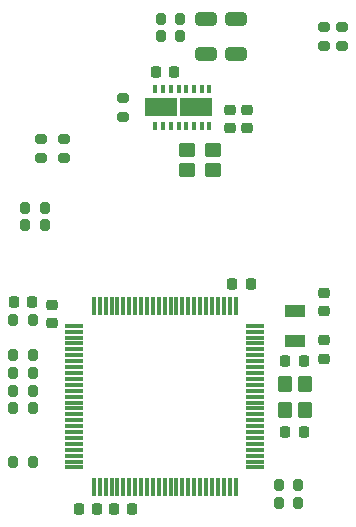
<source format=gbp>
%TF.GenerationSoftware,KiCad,Pcbnew,9.0.6*%
%TF.CreationDate,2026-01-30T19:54:56-05:00*%
%TF.ProjectId,flight controller,666c6967-6874-4206-936f-6e74726f6c6c,rev?*%
%TF.SameCoordinates,Original*%
%TF.FileFunction,Paste,Bot*%
%TF.FilePolarity,Positive*%
%FSLAX46Y46*%
G04 Gerber Fmt 4.6, Leading zero omitted, Abs format (unit mm)*
G04 Created by KiCad (PCBNEW 9.0.6) date 2026-01-30 19:54:56*
%MOMM*%
%LPD*%
G01*
G04 APERTURE LIST*
G04 Aperture macros list*
%AMRoundRect*
0 Rectangle with rounded corners*
0 $1 Rounding radius*
0 $2 $3 $4 $5 $6 $7 $8 $9 X,Y pos of 4 corners*
0 Add a 4 corners polygon primitive as box body*
4,1,4,$2,$3,$4,$5,$6,$7,$8,$9,$2,$3,0*
0 Add four circle primitives for the rounded corners*
1,1,$1+$1,$2,$3*
1,1,$1+$1,$4,$5*
1,1,$1+$1,$6,$7*
1,1,$1+$1,$8,$9*
0 Add four rect primitives between the rounded corners*
20,1,$1+$1,$2,$3,$4,$5,0*
20,1,$1+$1,$4,$5,$6,$7,0*
20,1,$1+$1,$6,$7,$8,$9,0*
20,1,$1+$1,$8,$9,$2,$3,0*%
G04 Aperture macros list end*
%ADD10RoundRect,0.250000X0.650000X-0.325000X0.650000X0.325000X-0.650000X0.325000X-0.650000X-0.325000X0*%
%ADD11RoundRect,0.200000X0.200000X0.275000X-0.200000X0.275000X-0.200000X-0.275000X0.200000X-0.275000X0*%
%ADD12RoundRect,0.200000X-0.275000X0.200000X-0.275000X-0.200000X0.275000X-0.200000X0.275000X0.200000X0*%
%ADD13R,1.800000X1.000000*%
%ADD14RoundRect,0.225000X-0.225000X-0.250000X0.225000X-0.250000X0.225000X0.250000X-0.225000X0.250000X0*%
%ADD15RoundRect,0.225000X0.250000X-0.225000X0.250000X0.225000X-0.250000X0.225000X-0.250000X-0.225000X0*%
%ADD16RoundRect,0.225000X0.225000X0.250000X-0.225000X0.250000X-0.225000X-0.250000X0.225000X-0.250000X0*%
%ADD17RoundRect,0.200000X0.275000X-0.200000X0.275000X0.200000X-0.275000X0.200000X-0.275000X-0.200000X0*%
%ADD18R,0.360000X0.800000*%
%ADD19R,2.800000X1.500000*%
%ADD20RoundRect,0.225000X-0.250000X0.225000X-0.250000X-0.225000X0.250000X-0.225000X0.250000X0.225000X0*%
%ADD21RoundRect,0.250000X-0.450000X-0.350000X0.450000X-0.350000X0.450000X0.350000X-0.450000X0.350000X0*%
%ADD22RoundRect,0.250000X0.350000X-0.450000X0.350000X0.450000X-0.350000X0.450000X-0.350000X-0.450000X0*%
%ADD23RoundRect,0.075000X0.725000X0.075000X-0.725000X0.075000X-0.725000X-0.075000X0.725000X-0.075000X0*%
%ADD24RoundRect,0.075000X0.075000X0.725000X-0.075000X0.725000X-0.075000X-0.725000X0.075000X-0.725000X0*%
G04 APERTURE END LIST*
D10*
%TO.C,C20*%
X155000000Y-61475000D03*
X155000000Y-58525000D03*
%TD*%
D11*
%TO.C,R6*%
X140325000Y-84000000D03*
X138675000Y-84000000D03*
%TD*%
D12*
%TO.C,R21*%
X165000000Y-59175000D03*
X165000000Y-60825000D03*
%TD*%
D11*
%TO.C,R4*%
X140325000Y-87000000D03*
X138675000Y-87000000D03*
%TD*%
D13*
%TO.C,Y3*%
X162500000Y-85750000D03*
X162500000Y-83250000D03*
%TD*%
D12*
%TO.C,R22*%
X166500000Y-59175000D03*
X166500000Y-60825000D03*
%TD*%
D11*
%TO.C,R1*%
X140325000Y-96000000D03*
X138675000Y-96000000D03*
%TD*%
D14*
%TO.C,C6*%
X157225000Y-81000000D03*
X158775000Y-81000000D03*
%TD*%
D15*
%TO.C,C27*%
X165000000Y-87275000D03*
X165000000Y-85725000D03*
%TD*%
D16*
%TO.C,C10*%
X145775000Y-100000000D03*
X144225000Y-100000000D03*
%TD*%
D12*
%TO.C,R17*%
X148000000Y-65175000D03*
X148000000Y-66825000D03*
%TD*%
D17*
%TO.C,R19*%
X141000000Y-70325000D03*
X141000000Y-68675000D03*
%TD*%
D11*
%TO.C,R9*%
X140325000Y-88500000D03*
X138675000Y-88500000D03*
%TD*%
D15*
%TO.C,C24*%
X165000000Y-83275000D03*
X165000000Y-81725000D03*
%TD*%
D18*
%TO.C,U5*%
X155270000Y-67580000D03*
X154620000Y-67580000D03*
X153970000Y-67580000D03*
X153320000Y-67580000D03*
X152670000Y-67580000D03*
X152020000Y-67580000D03*
X151370000Y-67580000D03*
X150720000Y-67580000D03*
X150720000Y-64420000D03*
X151370000Y-64420000D03*
X152020000Y-64420000D03*
X152670000Y-64420000D03*
X153320000Y-64420000D03*
X153970000Y-64420000D03*
X154620000Y-64420000D03*
X155270000Y-64420000D03*
D19*
X154170000Y-66000000D03*
X151170000Y-66000000D03*
%TD*%
D17*
%TO.C,R18*%
X143000000Y-70325000D03*
X143000000Y-68675000D03*
%TD*%
D16*
%TO.C,C26*%
X140275000Y-82500000D03*
X138725000Y-82500000D03*
%TD*%
D14*
%TO.C,C28*%
X147225000Y-100000000D03*
X148775000Y-100000000D03*
%TD*%
D11*
%TO.C,R12*%
X140325000Y-91500000D03*
X138675000Y-91500000D03*
%TD*%
%TO.C,R15*%
X141325000Y-74500000D03*
X139675000Y-74500000D03*
%TD*%
%TO.C,R13*%
X141325000Y-76000000D03*
X139675000Y-76000000D03*
%TD*%
%TO.C,R3*%
X162825000Y-99500000D03*
X161175000Y-99500000D03*
%TD*%
%TO.C,R14*%
X152825000Y-58500000D03*
X151175000Y-58500000D03*
%TD*%
D15*
%TO.C,C11*%
X142000000Y-84275000D03*
X142000000Y-82725000D03*
%TD*%
D20*
%TO.C,C18*%
X157000000Y-66225000D03*
X157000000Y-67775000D03*
%TD*%
D16*
%TO.C,C22*%
X163275000Y-87500000D03*
X161725000Y-87500000D03*
%TD*%
D21*
%TO.C,Y1*%
X153400000Y-69650000D03*
X155600000Y-69650000D03*
X155600000Y-71350000D03*
X153400000Y-71350000D03*
%TD*%
D11*
%TO.C,R16*%
X152825000Y-60000000D03*
X151175000Y-60000000D03*
%TD*%
D10*
%TO.C,C19*%
X157500000Y-61475000D03*
X157500000Y-58525000D03*
%TD*%
D16*
%TO.C,C23*%
X163275000Y-93500000D03*
X161725000Y-93500000D03*
%TD*%
D11*
%TO.C,R11*%
X140325000Y-90000000D03*
X138675000Y-90000000D03*
%TD*%
D20*
%TO.C,C17*%
X158500000Y-66225000D03*
X158500000Y-67775000D03*
%TD*%
D11*
%TO.C,R5*%
X162825000Y-98000000D03*
X161175000Y-98000000D03*
%TD*%
D22*
%TO.C,Y2*%
X161650000Y-91600000D03*
X161650000Y-89400000D03*
X163350000Y-89400000D03*
X163350000Y-91600000D03*
%TD*%
D23*
%TO.C,U4*%
X159175000Y-84500000D03*
X159175000Y-85000000D03*
X159175000Y-85500000D03*
X159175000Y-86000000D03*
X159175000Y-86500000D03*
X159175000Y-87000000D03*
X159175000Y-87500000D03*
X159175000Y-88000000D03*
X159175000Y-88500000D03*
X159175000Y-89000000D03*
X159175000Y-89500000D03*
X159175000Y-90000000D03*
X159175000Y-90500000D03*
X159175000Y-91000000D03*
X159175000Y-91500000D03*
X159175000Y-92000000D03*
X159175000Y-92500000D03*
X159175000Y-93000000D03*
X159175000Y-93500000D03*
X159175000Y-94000000D03*
X159175000Y-94500000D03*
X159175000Y-95000000D03*
X159175000Y-95500000D03*
X159175000Y-96000000D03*
X159175000Y-96500000D03*
D24*
X157500000Y-98175000D03*
X157000000Y-98175000D03*
X156500000Y-98175000D03*
X156000000Y-98175000D03*
X155500000Y-98175000D03*
X155000000Y-98175000D03*
X154500000Y-98175000D03*
X154000000Y-98175000D03*
X153500000Y-98175000D03*
X153000000Y-98175000D03*
X152500000Y-98175000D03*
X152000000Y-98175000D03*
X151500000Y-98175000D03*
X151000000Y-98175000D03*
X150500000Y-98175000D03*
X150000000Y-98175000D03*
X149500000Y-98175000D03*
X149000000Y-98175000D03*
X148500000Y-98175000D03*
X148000000Y-98175000D03*
X147500000Y-98175000D03*
X147000000Y-98175000D03*
X146500000Y-98175000D03*
X146000000Y-98175000D03*
X145500000Y-98175000D03*
D23*
X143825000Y-96500000D03*
X143825000Y-96000000D03*
X143825000Y-95500000D03*
X143825000Y-95000000D03*
X143825000Y-94500000D03*
X143825000Y-94000000D03*
X143825000Y-93500000D03*
X143825000Y-93000000D03*
X143825000Y-92500000D03*
X143825000Y-92000000D03*
X143825000Y-91500000D03*
X143825000Y-91000000D03*
X143825000Y-90500000D03*
X143825000Y-90000000D03*
X143825000Y-89500000D03*
X143825000Y-89000000D03*
X143825000Y-88500000D03*
X143825000Y-88000000D03*
X143825000Y-87500000D03*
X143825000Y-87000000D03*
X143825000Y-86500000D03*
X143825000Y-86000000D03*
X143825000Y-85500000D03*
X143825000Y-85000000D03*
X143825000Y-84500000D03*
D24*
X145500000Y-82825000D03*
X146000000Y-82825000D03*
X146500000Y-82825000D03*
X147000000Y-82825000D03*
X147500000Y-82825000D03*
X148000000Y-82825000D03*
X148500000Y-82825000D03*
X149000000Y-82825000D03*
X149500000Y-82825000D03*
X150000000Y-82825000D03*
X150500000Y-82825000D03*
X151000000Y-82825000D03*
X151500000Y-82825000D03*
X152000000Y-82825000D03*
X152500000Y-82825000D03*
X153000000Y-82825000D03*
X153500000Y-82825000D03*
X154000000Y-82825000D03*
X154500000Y-82825000D03*
X155000000Y-82825000D03*
X155500000Y-82825000D03*
X156000000Y-82825000D03*
X156500000Y-82825000D03*
X157000000Y-82825000D03*
X157500000Y-82825000D03*
%TD*%
D16*
%TO.C,C21*%
X152275000Y-63000000D03*
X150725000Y-63000000D03*
%TD*%
M02*

</source>
